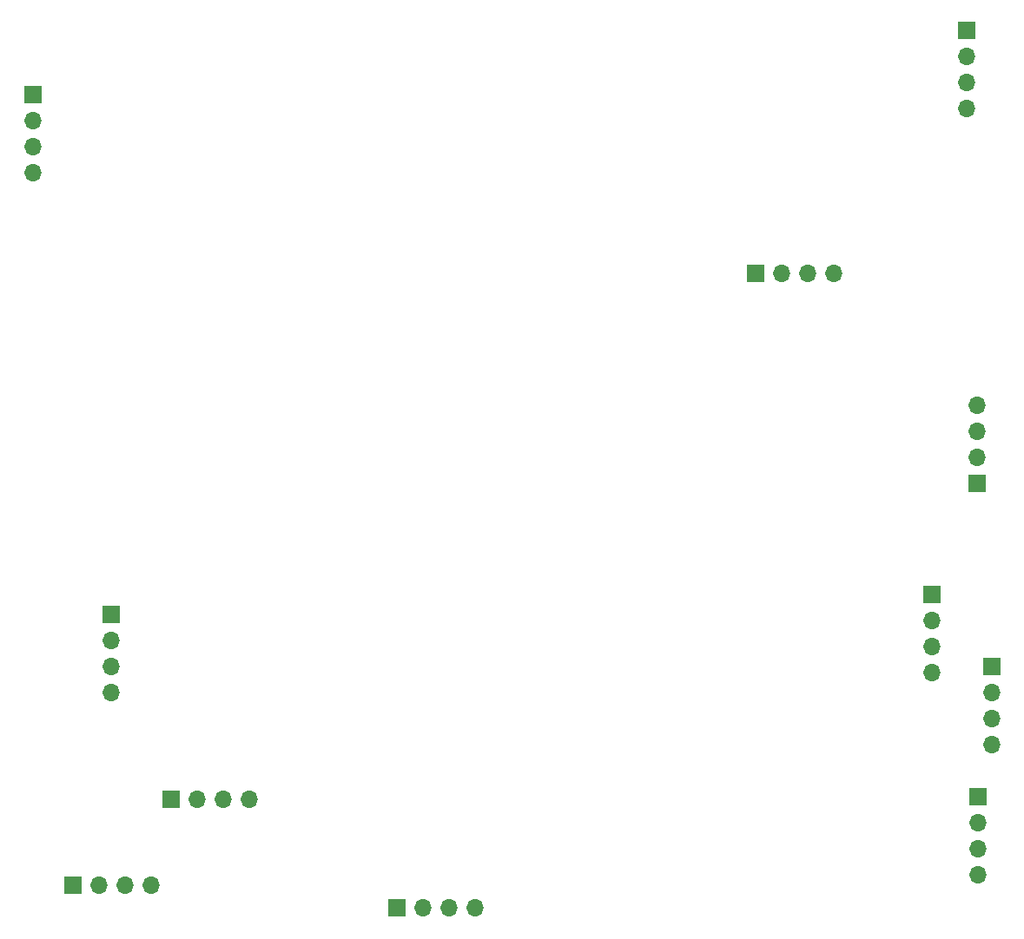
<source format=gbr>
G04 #@! TF.GenerationSoftware,KiCad,Pcbnew,(7.0.0-0)*
G04 #@! TF.CreationDate,2023-06-13T13:01:23-04:00*
G04 #@! TF.ProjectId,analog-capacitive-experiment,616e616c-6f67-42d6-9361-706163697469,rev?*
G04 #@! TF.SameCoordinates,Original*
G04 #@! TF.FileFunction,Soldermask,Bot*
G04 #@! TF.FilePolarity,Negative*
%FSLAX46Y46*%
G04 Gerber Fmt 4.6, Leading zero omitted, Abs format (unit mm)*
G04 Created by KiCad (PCBNEW (7.0.0-0)) date 2023-06-13 13:01:23*
%MOMM*%
%LPD*%
G01*
G04 APERTURE LIST*
%ADD10R,1.700000X1.700000*%
%ADD11O,1.700000X1.700000*%
G04 APERTURE END LIST*
D10*
G04 #@! TO.C,REF\u002A\u002A*
X193579599Y-105209599D03*
D11*
X193579599Y-107749599D03*
X193579599Y-110289599D03*
X193579599Y-112829599D03*
G04 #@! TD*
D10*
G04 #@! TO.C,REF\u002A\u002A*
X113620398Y-107139999D03*
D11*
X113620398Y-109679999D03*
X113620398Y-112219999D03*
X113620398Y-114759999D03*
G04 #@! TD*
D10*
G04 #@! TO.C,REF\u002A\u002A*
X176430399Y-73892199D03*
D11*
X178970399Y-73892199D03*
X181510399Y-73892199D03*
X184050399Y-73892199D03*
G04 #@! TD*
D10*
G04 #@! TO.C,REF\u002A\u002A*
X141427199Y-135788399D03*
D11*
X143967199Y-135788399D03*
X146507199Y-135788399D03*
X149047199Y-135788399D03*
G04 #@! TD*
D10*
G04 #@! TO.C,REF\u002A\u002A*
X119462398Y-125224799D03*
D11*
X122002398Y-125224799D03*
X124542398Y-125224799D03*
X127082398Y-125224799D03*
G04 #@! TD*
D10*
G04 #@! TO.C,J1*
X105999999Y-56459999D03*
D11*
X105999999Y-58999999D03*
X105999999Y-61539999D03*
X105999999Y-64079999D03*
G04 #@! TD*
D10*
G04 #@! TO.C,REF\u002A\u002A*
X198100799Y-124970799D03*
D11*
X198100799Y-127510799D03*
X198100799Y-130050799D03*
X198100799Y-132590799D03*
G04 #@! TD*
D10*
G04 #@! TO.C,J2*
X197024999Y-50199999D03*
D11*
X197024999Y-52739999D03*
X197024999Y-55279999D03*
X197024999Y-57819999D03*
G04 #@! TD*
D10*
G04 #@! TO.C,REF\u002A\u002A*
X109911999Y-133606799D03*
D11*
X112451999Y-133606799D03*
X114991999Y-133606799D03*
X117531999Y-133606799D03*
G04 #@! TD*
D10*
G04 #@! TO.C,REF\u002A\u002A*
X198049999Y-94389199D03*
D11*
X198049999Y-91849199D03*
X198049999Y-89309199D03*
X198049999Y-86769199D03*
G04 #@! TD*
D10*
G04 #@! TO.C,REF\u002A\u002A*
X199421599Y-112219999D03*
D11*
X199421599Y-114759999D03*
X199421599Y-117299999D03*
X199421599Y-119839999D03*
G04 #@! TD*
M02*

</source>
